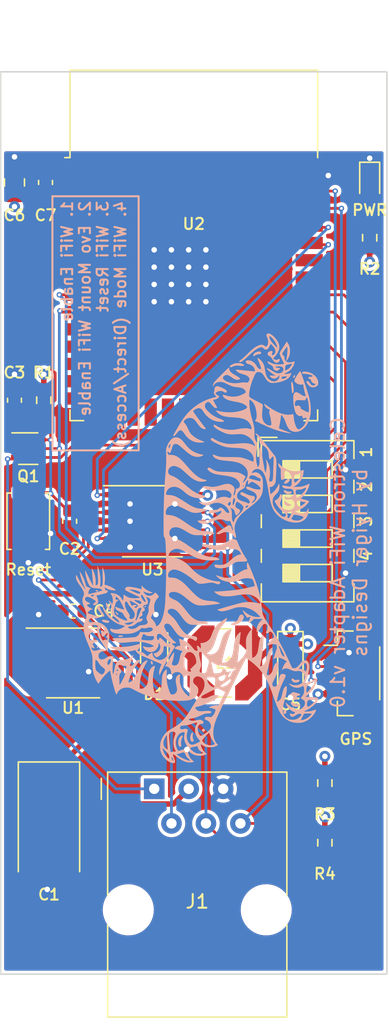
<source format=kicad_pcb>
(kicad_pcb (version 20211014) (generator pcbnew)
  (layers (0 "F.Cu" signal) (1 "In1.Cu" power) (2 "In2.Cu" power) (31 "B.Cu" signal) (34 "B.Paste" user) (36 "B.SilkS" user "B.Silkscreen") (37 "F.SilkS" user "F.Silkscreen") (38 "B.Mask" user) (39 "F.Mask" user) (44 "Edge.Cuts" user))
  (net 0 "")
  (net 1 "+12V")
  (net 2 "GND")
  (net 3 "EN")
  (net 4 "VCC")
  (net 5 "Net-(D2-Pad2)")
  (net 6 "DTR")
  (net 7 "/RX")
  (net 8 "/TX")
  (net 11 "Net-(J1-Pad6)")
  (net 13 "IO0")
  (net 14 "W_EN")
  (net 15 "E_EN")
  (net 16 "W_RST")
  (net 17 "W_MOD")
  (net 18 "IO32")
  (net 19 "RTS")
  (net 24 "RXD0")
  (net 25 "TXD0")
  (net 40 "TXG")
  (net 42 "RXG")
  (net 44 "Net-(C4-Pad1)")
  (net 47 "Net-(C4-Pad2)")
  (footprint "Capacitor_Tantalum_SMD:CP_EIA-7343-43_Kemet-X" (layer "F.Cu") (at 115.316 109.22 -90)
    (fp_text reference "C1" (at 5.334 0 180) (layer "F.SilkS") (effects (font (size 0.8128 0.8128) (thickness 0.1524))))
    (fp_text value "100uF")
    (pad "1" smd roundrect locked (at -3.1125 0 270) (size 2.075 2.55) (layers "F.Cu" "F.Paste" "F.Mask") (roundrect_rratio 0.120482) (net 1 "+12V"))
    (pad "2" smd roundrect locked (at 3.1125 0 270) (size 2.075 2.55) (layers "F.Cu" "F.Paste" "F.Mask") (roundrect_rratio 0.120482) (net 2 "GND"))
  )
  (footprint "Library:asian_tiger" (layer "F.Cu") (at 126.238 89.154 90)
    (fp_text reference "G***" hide)
    (fp_text value "LOGO" hide)
  )
  (footprint "Button_Switch_SMD:SW_Push_SPST_NO_Alps_SKRK" (layer "F.Cu") (at 113.792 87.122 90)
    (fp_text reference "SW1" hide)
    (fp_text value "RESET")
    (pad "1" smd roundrect locked (at -2.1 0 90) (size 0.8 2) (layers "F.Cu" "F.Paste" "F.Mask") (net 2 "GND"))
    (pad "2" smd roundrect locked (at 2.1 0 90) (size 0.8 2) (layers "F.Cu" "F.Paste" "F.Mask") (net 3 "EN"))
  )
  (footprint "RF_Module:ESP32-WROOM-32" (layer "F.Cu") (at 125.984 69.85)
    (fp_text reference "U2" (at 0 -4.572 180) (layer "F.SilkS") (effects (font (size 0.8128 0.8128) (thickness 0.1524))))
    (fp_text value "ESP32-WROOM-32D")
    (pad "1" smd rect locked (at -8.5 -8.255) (size 2 0.9) (layers "F.Cu" "F.Paste" "F.Mask") (net 2 "GND"))
    (pad "2" smd rect locked (at -8.5 -6.985) (size 2 0.9) (layers "F.Cu" "F.Paste" "F.Mask") (net 4 "VCC"))
    (pad "3" smd rect locked (at -8.5 -5.715) (size 2 0.9) (layers "F.Cu" "F.Paste" "F.Mask") (net 3 "EN"))
    (pad "4" smd rect locked (at -8.5 -4.445) (size 2 0.9) (layers "F.Cu" "F.Paste" "F.Mask"))
    (pad "5" smd rect locked (at -8.5 -3.175) (size 2 0.9) (layers "F.Cu" "F.Paste" "F.Mask"))
    (pad "6" smd rect locked (at -8.5 -1.905) (size 2 0.9) (layers "F.Cu" "F.Paste" "F.Mask"))
    (pad "7" smd rect locked (at -8.5 -0.635) (size 2 0.9) (layers "F.Cu" "F.Paste" "F.Mask"))
    (pad "8" smd rect locked (at -8.5 0.635) (size 2 0.9) (layers "F.Cu" "F.Paste" "F.Mask") (net 18 "IO32"))
    (pad "9" smd rect locked (at -8.5 1.905) (size 2 0.9) (layers "F.Cu" "F.Paste" "F.Mask") (net 19 "RTS"))
    (pad "10" smd rect locked (at -8.5 3.175) (size 2 0.9) (layers "F.Cu" "F.Paste" "F.Mask"))
    (pad "11" smd rect locked (at -8.5 4.445) (size 2 0.9) (layers "F.Cu" "F.Paste" "F.Mask"))
    (pad "12" smd rect locked (at -8.5 5.715) (size 2 0.9) (layers "F.Cu" "F.Paste" "F.Mask"))
    (pad "13" smd rect locked (at -8.5 6.985) (size 2 0.9) (layers "F.Cu" "F.Paste" "F.Mask"))
    (pad "14" smd rect locked (at -8.5 8.255) (size 2 0.9) (layers "F.Cu" "F.Paste" "F.Mask"))
    (pad "15" smd rect locked (at -5.715 9.255 90) (size 2 0.9) (layers "F.Cu" "F.Paste" "F.Mask") (net 2 "GND"))
    (pad "16" smd rect locked (at -4.445 9.255 90) (size 2 0.9) (layers "F.Cu" "F.Paste" "F.Mask"))
    (pad "17" smd rect locked (at -3.175 9.255 90) (size 2 0.9) (layers "F.Cu" "F.Paste" "F.Mask"))
    (pad "18" smd rect locked (at -1.905 9.255 90) (size 2 0.9) (layers "F.Cu" "F.Paste" "F.Mask"))
    (pad "19" smd rect locked (at -0.635 9.255 90) (size 2 0.9) (layers "F.Cu" "F.Paste" "F.Mask"))
    (pad "20" smd rect locked (at 0.635 9.255 90) (size 2 0.9) (layers "F.Cu" "F.Paste" "F.Mask"))
    (pad "21" smd rect locked (at 1.905 9.255 90) (size 2 0.9) (layers "F.Cu" "F.Paste" "F.Mask"))
    (pad "22" smd rect locked (at 3.175 9.255 90) (size 2 0.9) (layers "F.Cu" "F.Paste" "F.Mask"))
    (pad "23" smd rect locked (at 4.445 9.255 90) (size 2 0.9) (layers "F.Cu" "F.Paste" "F.Mask"))
    (pad "24" smd rect locked (at 5.715 9.255 90) (size 2 0.9) (layers "F.Cu" "F.Paste" "F.Mask"))
    (pad "25" smd rect locked (at 8.5 8.255) (size 2 0.9) (layers "F.Cu" "F.Paste" "F.Mask") (net 13 "IO0"))
    (pad "26" smd rect locked (at 8.5 6.985) (size 2 0.9) (layers "F.Cu" "F.Paste" "F.Mask"))
    (pad "27" smd rect locked (at 8.5 5.715) (size 2 0.9) (layers "F.Cu" "F.Paste" "F.Mask") (net 14 "W_EN"))
    (pad "28" smd rect locked (at 8.5 4.445) (size 2 0.9) (layers "F.Cu" "F.Paste" "F.Mask") (net 15 "E_EN"))
    (pad "29" smd rect locked (at 8.5 3.175) (size 2 0.9) (layers "F.Cu" "F.Paste" "F.Mask"))
    (pad "30" smd rect locked (at 8.5 1.905) (size 2 0.9) (layers "F.Cu" "F.Paste" "F.Mask") (net 16 "W_RST"))
    (pad "31" smd rect locked (at 8.5 0.635) (size 2 0.9) (layers "F.Cu" "F.Paste" "F.Mask") (net 17 "W_MOD"))
    (pad "32" smd rect locked (at 8.5 -0.635) (size 2 0.9) (layers "F.Cu" "F.Paste" "F.Mask"))
    (pad "33" smd rect locked (at 8.5 -1.905) (size 2 0.9) (layers "F.Cu" "F.Paste" "F.Mask"))
    (pad "34" smd rect locked (at 8.5 -3.175) (size 2 0.9) (layers "F.Cu" "F.Paste" "F.Mask") (net 24 "RXD0"))
    (pad "35" smd rect locked (at 8.5 -4.445) (size 2 0.9) (layers "F.Cu" "F.Paste" "F.Mask") (net 25 "TXD0"))
    (pad "36" smd rect locked (at 8.5 -5.715) (size 2 0.9) (layers "F.Cu" "F.Paste" "F.Mask") (net 40 "TXG"))
    (pad "37" smd rect locked (at 8.5 -6.985) (size 2 0.9) (layers "F.Cu" "F.Paste" "F.Mask") (net 42 "RXG"))
    (pad "38" smd rect locked (at 8.5 -8.255) (size 2 0.9) (layers "F.Cu" "F.Paste" "F.Mask") (net 2 "GND"))
    (pad "39" smd rect locked (at -1 -0.755) (size 5 5) (layers "F.Cu" "F.Paste" "F.Mask") (net 2 "GND"))
  )
  (footprint "Connector_JST:JST_SH_BM04B-SRSS-TB_1x04-1MP_P1.00mm_Vertical" (layer "F.Cu") (at 137.668 98.298 -90)
    (fp_text reference "J2" hide)
    (fp_text value "GPS")
    (pad "1" smd roundrect locked (at -1.5 1.325 270) (size 0.6 1.55) (layers "F.Cu" "F.Paste" "F.Mask") (net 2 "GND"))
    (pad "2" smd roundrect locked (at -0.5 1.325 270) (size 0.6 1.55) (layers "F.Cu" "F.Paste" "F.Mask") (net 40 "TXG"))
    (pad "3" smd roundrect locked (at 0.5 1.325 270) (size 0.6 1.55) (layers "F.Cu" "F.Paste" "F.Mask") (net 42 "RXG"))
    (pad "4" smd roundrect locked (at 1.5 1.325 270) (size 0.6 1.55) (layers "F.Cu" "F.Paste" "F.Mask") (net 4 "VCC"))
    (pad "MP" smd roundrect locked (at 2.8 -1.2 270) (size 1.2 1.8) (layers "F.Cu" "F.Paste" "F.Mask") (roundrect_rratio 0.2083333333))
    (pad "MP" smd roundrect locked (at -2.8 -1.2 270) (size 1.2 1.8) (layers "F.Cu" "F.Paste" "F.Mask") (roundrect_rratio 0.2083333333))
  )
  (footprint "Diode_SMD:D_PowerDI-323" (layer "F.Cu") (at 123.063 97.536 -90)
    (fp_text reference "D1" (at 2.286 0 180) (layer "F.SilkS") (effects (font (size 0.8128 0.8128) (thickness 0.1524))))
    (fp_text value "PD3S230LQ-7")
    (pad "1" smd rect (at -0.85 0 90) (size 2 1.1) (layers "F.Cu" "F.Paste" "F.Mask") (net 47 "Net-(C4-Pad2)"))
    (pad "2" smd rect (at 1.05 0 90) (size 0.8 0.8) (layers "F.Cu" "F.Paste" "F.Mask") (net 2 "GND"))
  )
  (footprint "Package_SO:SOIC-8_3.9x4.9mm_P1.27mm" (layer "F.Cu") (at 117.094 97.536)
    (fp_text reference "U1" (at 0 3.302) (layer "F.SilkS") (effects (font (size 0.8128 0.8128) (thickness 0.1524))))
    (fp_text value "LM2672M-3.3")
    (pad "1" smd roundrect locked (at -2.475 -1.905) (size 1.95 0.6) (layers "F.Cu" "F.Paste" "F.Mask") (net 44 "Net-(C4-Pad1)"))
    (pad "2" smd roundrect locked (at -2.475 -0.635) (size 1.95 0.6) (layers "F.Cu" "F.Paste" "F.Mask"))
    (pad "3" smd roundrect locked (at -2.475 0.635) (size 1.95 0.6) (layers "F.Cu" "F.Paste" "F.Mask"))
    (pad "4" smd roundrect locked (at -2.475 1.905) (size 1.95 0.6) (layers "F.Cu" "F.Paste" "F.Mask") (net 4 "VCC"))
    (pad "5" smd roundrect locked (at 2.475 1.905) (size 1.95 0.6) (layers "F.Cu" "F.Paste" "F.Mask"))
    (pad "6" smd roundrect locked (at 2.475 0.635) (size 1.95 0.6) (layers "F.Cu" "F.Paste" "F.Mask") (net 2 "GND"))
    (pad "7" smd roundrect locked (at 2.475 -0.635) (size 1.95 0.6) (layers "F.Cu" "F.Paste" "F.Mask") (net 1 "+12V"))
    (pad "8" smd roundrect locked (at 2.475 -1.905) (size 1.95 0.6) (layers "F.Cu" "F.Paste" "F.Mask") (net 47 "Net-(C4-Pad2)"))
  )
  (footprint "Resistor_SMD:R_0603_1608Metric" (layer "F.Cu") (at 114.935 78.232 -90)
    (fp_text reference "R1" (at -2.032 0) (layer "F.SilkS") (effects (font (size 0.8128 0.8128) (thickness 0.1524))))
    (fp_text value "10K")
    (pad "1" smd roundrect locked (at -0.825 0 270) (size 0.8 0.95) (layers "F.Cu" "F.Paste" "F.Mask") (net 4 "VCC"))
    (pad "2" smd roundrect locked (at 0.825 0 270) (size 0.8 0.95) (layers "F.Cu" "F.Paste" "F.Mask") (net 3 "EN"))
  )
  (footprint "Capacitor_SMD:C_0603_1608Metric" (layer "F.Cu") (at 112.776 78.232 -90)
    (fp_text reference "C3" (at -2.032 0) (layer "F.SilkS") (effects (font (size 0.8128 0.8128) (thickness 0.1524))))
    (fp_text value "100nF")
    (pad "1" smd roundrect locked (at -0.775 0 270) (size 0.9 0.95) (layers "F.Cu" "F.Paste" "F.Mask") (net 2 "GND"))
    (pad "2" smd roundrect locked (at 0.775 0 270) (size 0.9 0.95) (layers "F.Cu" "F.Paste" "F.Mask") (net 3 "EN"))
  )
  (footprint "Capacitor_SMD:C_0603_1608Metric" (layer "F.Cu") (at 116.84 87.122 -90)
    (fp_text reference "C2" (at 2.032 0 180) (layer "F.SilkS") (effects (font (size 0.8128 0.8128) (thickness 0.1524))))
    (fp_text value "100nF")
    (pad "1" smd roundrect locked (at -0.775 0 270) (size 0.9 0.95) (layers "F.Cu" "F.Paste" "F.Mask") (net 3 "EN"))
    (pad "2" smd roundrect locked (at 0.775 0 270) (size 0.9 0.95) (layers "F.Cu" "F.Paste" "F.Mask") (net 2 "GND"))
  )
  (footprint "Inductor_SMD:L_Coilcraft_LPS5030" (layer "F.Cu") (at 128.27 97.536)
    (fp_text reference "L1" (at 0 0) (layer "F.SilkS") (effects (font (size 0.8128 0.8128) (thickness 0.1524))))
    (fp_text value "47uH")
    (pad "1" smd custom locked (at -2.2275 0) (size 1.055 3.4) (layers "F.Cu" "F.Paste" "F.Mask") (net 47 "Net-(C4-Pad2)") (options (clearance outline) (anchor rect)) (primitives (gr_poly (pts (xy 1.4675 -1.7) (xy 0.5275 -0.8445) (xy 0.5275 0.8445) (xy 1.4675 1.7) (xy 1.4675 2.755) (xy 0.5275 2.755) (xy -0.5275 1.7) (xy -0.5275 -1.7) (xy 0.5275 -2.755) (xy 1.4675 -2.755)) (width 0) (fill yes))))
    (pad "2" smd custom locked (at 2.2275 0) (size 1.055 3.4) (layers "F.Cu" "F.Paste" "F.Mask") (net 4 "VCC") (options (clearance outline) (anchor rect)) (primitives (gr_poly (pts (xy 0.5275 -1.7) (xy 0.5275 1.7) (xy -0.5275 2.755) (xy -1.4675 2.755) (xy -1.4675 1.7) (xy -0.5275 0.8445) (xy -0.5275 -0.8445) (xy -1.4675 -1.7) (xy -1.4675 -2.755) (xy -0.5275 -2.755)) (width 0) (fill yes))))
  )
  (footprint "Package_TO_SOT_SMD:SOT-363_SC-70-6" (layer "F.Cu") (at 113.792 81.788)
    (fp_text reference "Q1" (at 0 2.032) (layer "F.SilkS") (effects (font (size 0.8128 0.8128) (thickness 0.1524))))
    (fp_text value "UMH3N")
    (pad "1" smd rect locked (at -0.95 -0.65) (size 0.65 0.4) (layers "F.Cu" "F.Paste" "F.Mask") (net 19 "RTS"))
    (pad "2" smd rect locked (at -0.95 0) (size 0.65 0.4) (layers "F.Cu" "F.Paste" "F.Mask") (net 6 "DTR"))
    (pad "3" smd rect locked (at -0.95 0.65) (size 0.65 0.4) (layers "F.Cu" "F.Paste" "F.Mask") (net 6 "DTR"))
    (pad "4" smd rect locked (at 0.95 0.65) (size 0.65 0.4) (layers "F.Cu" "F.Paste" "F.Mask") (net 13 "IO0"))
    (pad "5" smd rect locked (at 0.95 0) (size 0.65 0.4) (layers "F.Cu" "F.Paste" "F.Mask") (net 19 "RTS"))
    (pad "6" smd rect locked (at 0.95 -0.65) (size 0.65 0.4) (layers "F.Cu" "F.Paste" "F.Mask") (net 3 "EN"))
  )
  (footprint "Resistor_SMD:R_0603_1608Metric" (layer "F.Cu") (at 135.636 106.362 -90)
    (fp_text reference "R3" (at 2.286 0 180) (layer "F.SilkS") (effects (font (size 0.8128 0.8128) (thickness 0.1524))))
    (fp_text value "49.9K")
    (pad "1" smd roundrect locked (at -0.825 0 270) (size 0.8 0.95) (layers "F.Cu" "F.Paste" "F.Mask") (net 4 "VCC"))
    (pad "2" smd roundrect locked (at 0.825 0 270) (size 0.8 0.95) (layers "F.Cu" "F.Paste" "F.Mask") (net 11 "Net-(J1-Pad6)"))
  )
  (footprint "Resistor_SMD:R_0603_1608Metric" (layer "F.Cu") (at 135.636 110.744 -90)
    (fp_text reference "R4" (at 2.286 0 180) (layer "F.SilkS") (effects (font (size 0.8128 0.8128) (thickness 0.1524))))
    (fp_text value "49.9K")
    (pad "1" smd roundrect locked (at -0.825 0 270) (size 0.8 0.95) (layers "F.Cu" "F.Paste" "F.Mask") (net 4 "VCC"))
    (pad "2" smd roundrect locked (at 0.825 0 270) (size 0.8 0.95) (layers "F.Cu" "F.Paste" "F.Mask") (net 8 "/TX"))
  )
  (footprint "LED_SMD:LED_0603_1608Metric" (layer "F.Cu") (at 138.938 62.23 -90)
    (fp_text reference "D2" hide)
    (fp_text value "Red")
    (pad "1" smd roundrect locked (at -0.7875 0 270) (size 0.875 0.95) (layers "F.Cu" "F.Paste" "F.Mask") (net 2 "GND"))
    (pad "2" smd roundrect locked (at 0.7875 0 270) (size 0.875 0.95) (layers "F.Cu" "F.Paste" "F.Mask") (net 5 "Net-(D2-Pad2)"))
  )
  (footprint "Capacitor_SMD:C_0603_1608Metric" (layer "F.Cu") (at 115.062 62.23 -90)
    (fp_text reference "C7" (at 2.413 0 180) (layer "F.SilkS") (effects (font (size 0.8128 0.8128) (thickness 0.1524))))
    (fp_text value "100nF")
    (pad "1" smd roundrect locked (at -0.775 0 270) (size 0.9 0.95) (layers "F.Cu" "F.Paste" "F.Mask") (net 2 "GND"))
    (pad "2" smd roundrect locked (at 0.775 0 270) (size 0.9 0.95) (layers "F.Cu" "F.Paste" "F.Mask") (net 4 "VCC"))
  )
  (footprint "Capacitor_Tantalum_SMD:CP_EIA-3216-18_Kemet-A" (layer "F.Cu") (at 133.096 97.536 -90)
    (fp_text reference "C5" (at 3.048 0 180) (layer "F.SilkS") (effects (font (size 0.8128 0.8128) (thickness 0.1524))))
    (fp_text value "68uF")
    (pad "1" smd roundrect locked (at -1.35 0 270) (size 1.4 1.35) (layers "F.Cu" "F.Paste" "F.Mask") (roundrect_rratio 0.185185) (net 4 "VCC"))
    (pad "2" smd roundrect locked (at 1.35 0 270) (size 1.4 1.35) (layers "F.Cu" "F.Paste" "F.Mask") (roundrect_rratio 0.185185) (net 2 "GND"))
  )
  (footprint "Package_SO:TSSOP-14_4.4x5mm_P0.65mm" (layer "F.Cu") (at 122.936 87.122)
    (fp_text reference "U3" (at 0 3.556) (layer "F.SilkS") (effects (font (size 0.8128 0.8128) (thickness 0.1524))))
    (fp_text value "74HC125")
    (pad "1" smd roundrect locked (at -2.8625 -1.95) (size 1.475 0.4) (layers "F.Cu" "F.Paste" "F.Mask") (net 25 "TXD0"))
    (pad "2" smd roundrect locked (at -2.8625 -1.3) (size 1.475 0.4) (layers "F.Cu" "F.Paste" "F.Mask") (net 2 "GND"))
    (pad "3" smd roundrect locked (at -2.8625 -0.65) (size 1.475 0.4) (layers "F.Cu" "F.Paste" "F.Mask") (net 8 "/TX"))
    (pad "4" smd roundrect locked (at -2.8625 0) (size 1.475 0.4) (layers "F.Cu" "F.Paste" "F.Mask") (net 2 "GND"))
    (pad "5" smd roundrect locked (at -2.8625 0.65) (size 1.475 0.4) (layers "F.Cu" "F.Paste" "F.Mask") (net 7 "/RX"))
    (pad "6" smd roundrect locked (at -2.8625 1.3) (size 1.475 0.4) (layers "F.Cu" "F.Paste" "F.Mask") (net 24 "RXD0"))
    (pad "7" smd roundrect locked (at -2.8625 1.95) (size 1.475 0.4) (layers "F.Cu" "F.Paste" "F.Mask") (net 2 "GND"))
    (pad "8" smd roundrect locked (at 2.8625 1.95) (size 1.475 0.4) (layers "F.Cu" "F.Paste" "F.Mask") (net 11 "Net-(J1-Pad6)"))
    (pad "9" smd roundrect locked (at 2.8625 1.3) (size 1.475 0.4) (layers "F.Cu" "F.Paste" "F.Mask") (net 2 "GND"))
    (pad "10" smd roundrect locked (at 2.8625 0.65) (size 1.475 0.4) (layers "F.Cu" "F.Paste" "F.Mask") (net 18 "IO32"))
    (pad "11" smd roundrect locked (at 2.8625 0) (size 1.475 0.4) (layers "F.Cu" "F.Paste" "F.Mask") (net 19 "RTS"))
    (pad "12" smd roundrect locked (at 2.8625 -0.65) (size 1.475 0.4) (layers "F.Cu" "F.Paste" "F.Mask") (net 11 "Net-(J1-Pad6)"))
    (pad "13" smd roundrect locked (at 2.8625 -1.3) (size 1.475 0.4) (layers "F.Cu" "F.Paste" "F.Mask") (net 2 "GND"))
    (pad "14" smd roundrect locked (at 2.8625 -1.95) (size 1.475 0.4) (layers "F.Cu" "F.Paste" "F.Mask") (net 4 "VCC"))
  )
  (footprint "Button_Switch_SMD:SW_DIP_SPSTx04_Slide_6.7x11.72mm_W8.61mm_P2.54mm_LowProfile" (layer "F.Cu") (at 134.366 87.122)
    (fp_text reference "SW2" hide)
    (fp_text value "SW_DIP_x04")
    (pad "1" smd rect locked (at -4.305 -3.81) (size 2.44 1.12) (layers "F.Cu" "F.Paste" "F.Mask") (net 14 "W_EN"))
    (pad "2" smd rect locked (at -4.305 -1.27) (size 2.44 1.12) (layers "F.Cu" "F.Paste" "F.Mask") (net 15 "E_EN"))
    (pad "3" smd rect locked (at -4.305 1.27) (size 2.44 1.12) (layers "F.Cu" "F.Paste" "F.Mask") (net 16 "W_RST"))
    (pad "4" smd rect locked (at -4.305 3.81) (size 2.44 1.12) (layers "F.Cu" "F.Paste" "F.Mask") (net 17 "W_MOD"))
    (pad "5" smd rect locked (at 4.305 3.81) (size 2.44 1.12) (layers "F.Cu" "F.Paste" "F.Mask") (net 2 "GND"))
    (pad "6" smd rect locked (at 4.305 1.27) (size 2.44 1.12) (layers "F.Cu" "F.Paste" "F.Mask") (net 2 "GND"))
    (pad "7" smd rect locked (at 4.305 -1.27) (size 2.44 1.12) (layers "F.Cu" "F.Paste" "F.Mask") (net 2 "GND"))
    (pad "8" smd rect locked (at 4.305 -3.81) (size 2.44 1.12) (layers "F.Cu" "F.Paste" "F.Mask") (net 2 "GND"))
  )
  (footprint "Capacitor_SMD:C_0603_1608Metric" (layer "F.Cu") (at 117.094 93.726)
    (fp_text reference "C4" (at 2.286 0 180) (layer "F.SilkS") (effects (font (size 0.8128 0.8128) (thickness 0.1524))))
    (fp_text value "10nF")
    (pad "1" smd roundrect locked (at -0.775 0) (size 0.9 0.95) (layers "F.Cu" "F.Paste" "F.Mask") (net 44 "Net-(C4-Pad1)"))
    (pad "2" smd roundrect locked (at 0.775 0) (size 0.9 0.95) (layers "F.Cu" "F.Paste" "F.Mask") (net 47 "Net-(C4-Pad2)"))
  )
  (footprint "Capacitor_SMD:C_0805_2012Metric" (layer "F.Cu") (at 112.776 62.23 -90)
    (fp_text reference "C6" (at 2.413 0) (layer "F.SilkS") (effects (font (size 0.8128 0.8128) (thickness 0.1524))))
    (fp_text value "22uF")
    (pad "1" smd roundrect locked (at -0.95 0 270) (size 1 1.45) (layers "F.Cu" "F.Paste" "F.Mask") (net 2 "GND"))
    (pad "2" smd roundrect locked (at 0.95 0 270) (size 1 1.45) (layers "F.Cu" "F.Paste" "F.Mask") (net 4 "VCC"))
  )
  (footprint "Resistor_SMD:R_0603_1608Metric" (layer "F.Cu") (at 138.938 66.294 90)
    (fp_text reference "R2" (at -2.286 0 180) (layer "F.SilkS") (effects (font (size 0.8128 0.8128) (thickness 0.1524))))
    (fp_text value "330R")
    (pad "1" smd roundrect locked (at -0.825 0 90) (size 0.8 0.95) (layers "F.Cu" "F.Paste" "F.Mask") (net 4 "VCC"))
    (pad "2" smd roundrect locked (at 0.825 0 90) (size 0.8 0.95) (layers "F.Cu" "F.Paste" "F.Mask") (net 5 "Net-(D2-Pad2)"))
  )
  (footprint "Connector_RJ:RJ12_Amphenol_54601" (layer "F.Cu") (at 123.068004 106.783988)
    (fp_text reference "J1" (at 3.17 8.278) (layer "F.SilkS"))
    (fp_text value "6P6C")
    (pad "" np_thru_hole circle locked (at -1.91 8.89) (size 3.25 3.25) (drill 3.25) (layers *.Cu *.Mask))
    (pad "" np_thru_hole circle locked (at 8.25 8.89) (size 3.25 3.25) (drill 3.25) (layers *.Cu *.Mask))
    (pad "1" thru_hole rect locked (at 0 0) (size 1.52 1.52) (drill 0.76) (layers *.Cu *.Mask) (net 6 "DTR"))
    (pad "2" thru_hole circle locked (at 1.27 2.54) (size 1.52 1.52) (drill 0.76) (layers *.Cu *.Mask) (net 7 "/RX"))
    (pad "3" thru_hole circle locked (at 2.54 0) (size 1.52 1.52) (drill 0.76) (layers *.Cu *.Mask) (net 1 "+12V"))
    (pad "4" thru_hole circle locked (at 3.81 2.54) (size 1.52 1.52) (drill 0.76) (layers *.Cu *.Mask) (net 8 "/TX"))
    (pad "5" thru_hole circle locked (at 5.08 0) (size 1.52 1.52) (drill 0.76) (layers *.Cu *.Mask) (net 2 "GND"))
    (pad "6" thru_hole circle locked (at 6.35 2.54) (size 1.52 1.52) (drill 0.76) (layers *.Cu *.Mask) (net 11 "Net-(J1-Pad6)"))
  )
  (gr_rect (start 115.57 63.246) (end 121.92 81.915) (layer "B.SilkS") (width 0.15) (fill none))
  (gr_poly (pts (xy 140.208 120.396) (xy 111.76 120.396) (xy 111.76 54.102) (xy 140.208 54.102)) (layer "Edge.Cuts") (width 0.1) (fill none))
  (gr_text "1. WiFi Enable\n2. Evo Mount WiFi Enable\n3. WiFi Reset\n4. WiFi Mode (Direct/Access)" (at 118.618 63.5 90) (layer "B.SilkS") (effects (font (size 0.8128 0.8128) (thickness 0.1524)) (justify left mirror)))
  (gr_text "Celestron WiFi Adapter v1.0\nby Hyiger Designs" (at 137.414 90.17 90) (layer "B.SilkS") (effects (font (size 1.016 1.016) (thickness 0.1524)) (justify mirror)))
  (gr_text "GPS" (at 137.922 103.124) (layer "F.SilkS") (effects (font (size 0.8128 0.8128) (thickness 0.1524))))
  (gr_text "PWR" (at 138.938 64.262) (layer "F.SilkS") (effects (font (size 0.8128 0.8128) (thickness 0.1524))))
  (gr_text "1" (at 138.684 82.042 90) (layer "F.SilkS") (effects (font (size 0.8128 0.8128) (thickness 0.1524))))
  (gr_text "2" (at 138.684 84.582 90) (layer "F.SilkS") (effects (font (size 0.8128 0.8128) (thickness 0.1524))))
  (gr_text "3" (at 138.684 87.122 90) (layer "F.SilkS") (effects (font (size 0.8128 0.8128) (thickness 0.1524))))
  (gr_text "4" (at 138.684 89.662 90) (layer "F.SilkS") (effects (font (size 0.8128 0.8128) (thickness 0.1524))))
  (gr_text "Reset" (at 113.792 90.678) (layer "F.SilkS") (effects (font (size 0.8128 0.8128) (thickness 0.1524))))
  (segment (start 125.608004 106.783988) (end 124.492893 107.899099) (width 0.4064) (layer "F.Cu") (net 1))
  (segment (start 120.777 96.901) (end 119.569 96.901) (width 0.4064) (layer "F.Cu") (net 1))
  (segment (start 121.285 97.409) (end 120.777 96.901) (width 0.4064) (layer "F.Cu") (net 1))
  (segment (start 121.285 99.949) (end 121.285 97.409) (width 0.4064) (layer "F.Cu") (net 1))
  (segment (start 115.189 106.045) (end 121.285 99.949) (width 0.4064) (layer "F.Cu") (net 1))
  (segment (start 124.492893 107.899099) (end 116.980599 107.899099) (width 0.4064) (layer "F.Cu") (net 1))
  (segment (start 116.980599 107.899099) (end 115.189 106.1075) (width 0.4064) (layer "F.Cu") (net 1))
  (segment (start 124.617 88.422) (end 124.587 88.392) (width 0.4064) (layer "F.Cu") (net 2))
  (segment (start 137.182615 83.312) (end 137.16 83.334615) (width 0.4064) (layer "F.Cu") (net 2))
  (segment (start 123.097 98.552) (end 124.206 98.552) (width 0.4064) (layer "F.Cu") (net 2))
  (segment (start 121.24 89.072) (end 121.285 89.027) (width 0.4064) (layer "F.Cu") (net 2))
  (segment (start 115.062 61.455) (end 117.344 61.455) (width 0.4064) (layer "F.Cu") (net 2))
  (segment (start 134.484 61.595) (end 135.763 61.595) (width 0.4064) (layer "F.Cu") (net 2))
  (segment (start 138.671 90.932) (end 138.671 83.312) (width 0.4064) (layer "F.Cu") (net 2))
  (segment (start 138.671 90.932) (end 137.16 90.932) (width 0.4064) (layer "F.Cu") (net 2))
  (segment (start 112.776 77.457) (end 112.776 76.327) (width 0.4064) (layer "F.Cu") (net 2))
  (segment (start 115.189 112.3325) (end 115.189 114.173) (width 0.4064) (layer "F.Cu") (net 2))
  (segment (start 112.776 61.28) (end 112.776 60.3504) (width 0.4064) (layer "F.Cu") (net 2))
  (segment (start 113.792 89.222) (end 113.792 90.17) (width 0.4064) (layer "F.Cu") (net 2))
  (segment (start 136.343 96.798) (end 137.39 96.798) (width 0.4064) (layer "F.Cu") (net 2))
  (segment (start 120.461 87.122) (end 121.285 87.122) (width 0.4064) (layer "F.Cu") (net 2))
  (segment (start 125.7985 88.422) (end 124.617 88.422) (width 0.4064) (layer "F.Cu") (net 2))
  (segment (start 120.0735 89.072) (end 121.24 89.072) (width 0.4064) (layer "F.Cu") (net 2))
  (segment (start 137.39 96.798) (end 137.414 96.774) (width 0.4064) (layer "F.Cu") (net 2))
  (segment (start 135.763 61.595) (end 135.89 61.722) (width 0.4064) (layer "F.Cu") (net 2))
  (segment (start 115.557849 87.897) (end 115.432718 88.022131) (width 0.4064) (layer "F.Cu") (net 2))
  (segment (start 121.255 85.822) (end 121.285 85.852) (width 0.4064) (layer "F.Cu") (net 2))
  (segment (start 112.776 61.455) (end 115.062 61.455) (width 0.4064) (layer "F.Cu") (net 2))
  (segment (start 119.569 98.171) (end 118.237001 98.170999) (width 0.4064) (layer "F.Cu") (net 2))
  (segment (start 133.096 98.4235) (end 133.096 100.076) (width 0.4064) (layer "F.Cu") (net 2))
  (segment (start 138.938 61.4425) (end 138.938 60.452) (width 0.4064) (layer "F.Cu") (net 2))
  (segment (start 125.7985 85.822) (end 124.617 85.822) (width 0.4064) (layer "F.Cu") (net 2))
  (segment (start 120.0735 85.822) (end 121.255 85.822) (width 0.4064) (layer "F.Cu") (net 2))
  (segment (start 138.671 83.312) (end 137.182615 83.312) (width 0.4064) (layer "F.Cu") (net 2))
  (segment (start 116.84 87.897) (end 115.557849 87.897) (width 0.4064) (layer "F.Cu") (net 2))
  (segment (start 124.617 85.822) (end 124.587 85.852) (width 0.4064) (layer "F.Cu") (net 2))
  (via (at 135.89 61.722) (size 0.8128) (drill 0.4064) (layers "F.Cu" "B.Cu") (net 2))
  (via (at 124.333 70.993) (size 0.8128) (drill 0.4064) (layers "F.Cu" "B.Cu") (net 2))
  (via (at 137.16 90.932) (size 0.8128) (drill 0.4064) (layers "F.Cu" "B.Cu") (net 2))
  (via (at 123.063 67.183) (size 0.8128) (drill 0.4064) (layers "F.Cu" "B.Cu") (net 2))
  (via (at 112.776 76.327) (size 0.8128) (drill 0.4064) (layers "F.Cu" "B.Cu") (net 2))
  (via (at 124.206 98.552) (size 0.8128) (drill 0.4064) (layers "F.Cu" "B.Cu") (net 2))
  (via (at 124.587 88.392) (size 0.8128) (drill 0.4064) (layers "F.Cu" "B.Cu") (net 2))
  (via (at 113.792 90.17) (size 0.8128) (drill 0.4064) (layers "F.Cu" "B.Cu") (net 2))
  (via (at 115.189 114.173) (size 0.8128) (drill 0.4064) (layers "F.Cu" "B.Cu") (net 2))
  (via (at 126.873 68.453) (size 0.8128) (drill 0.4064) (layers "F.Cu" "B.Cu") (net 2))
  (via (at 118.237001 98.170999) (size 0.8128) (drill 0.4064) (layers "F.Cu" "B.Cu") (net 2))
  (via (at 123.19 93.98) (size 0.8128) (drill 0.4064) (layers "F.Cu" "B.Cu") (net 2))
  (via (at 138.938 60.452) (size 0.8128) (drill 0.4064) (layers "F.Cu" "B.Cu") (net 2))
  (via (at 124.587 85.852) (size 0.8128) (drill 0.4064) (layers "F.Cu" "B.Cu") (net 2))
  (via (at 121.285 89.027) (size 0.8128) (drill 0.4064) (layers "F.Cu" "B.Cu") (net 2))
  (via (at 115.432718 88.022131) (size 0.8128) (drill 0.4064) (layers "F.Cu" "B.Cu") (net 2))
  (via (at 125.603 70.993) (size 0.8128) (drill 0.4064) (layers "F.Cu" "B.Cu") (net 2))
  (via (at 123.063 68.453) (size 0.8128) (drill 0.4064) (layers "F.Cu" "B.Cu") (net 2))
  (via (at 124.333 68.453) (size 0.8128) (drill 0.4064) (layers "F.Cu" "B.Cu") (net 2))
  (via (at 137.414 96.774) (size 0.8128) (drill 0.4064) (layers "F.Cu" "B.Cu") (net 2))
  (via (at 121.285 87.122) (size 0.8128) (drill 0.4064) (layers "F.Cu" "B.Cu") (net 2))
  (via (at 133.096 100.076) (size 0.8128) (drill 0.4064) (layers "F.Cu" "B.Cu") (net 2))
  (via (at 121.285 85.852) (size 0.8128) (drill 0.4064) (layers "F.Cu" "B.Cu") (net 2))
  (via (at 123.063 69.723) (size 0.8128) (drill 0.4064) (layers "F.Cu" "B.Cu") (net 2))
  (via (at 125.476 103.886) (size 0.8128) (drill 0.4064) (layers "F.Cu" "B.Cu") (net 2))
  (via (at 124.333 67.183) (size 0.8128) (drill 0.4064) (layers "F.Cu" "B.Cu") (net 2))
  (via (at 126.873 67.183) (size 0.8128) (drill 0.4064) (layers "F.Cu" "B.Cu") (net 2))
  (via (at 125.603 68.453) (size 0.8128) (drill 0.4064) (layers "F.Cu" "B.Cu") (net 2))
  (via (at 125.603 67.183) (size 0.8128) (drill 0.4064) (layers "F.Cu" "B.Cu") (net 2))
  (via (at 112.776 60.3504) (size 0.8128) (drill 0.4064) (layers "F.Cu" "B.Cu") (net 2))
  (via (at 123.063 70.993) (size 0.8128) (drill 0.4064) (layers "F.Cu" "B.Cu") (net 2))
  (via (at 126.873 70.993) (size 0.8128) (drill 0.4064) (layers "F.Cu" "B.Cu") (net 2))
  (via (at 126.873 69.723) (size 0.8128) (drill 0.4064) (layers "F.Cu" "B.Cu") (net 2))
  (via (at 125.603 69.723) (size 0.8128) (drill 0.4064) (layers "F.Cu" "B.Cu") (net 2))
  (via (at 124.333 69.723) (size 0.8128) (drill 0.4064) (layers "F.Cu" "B.Cu") (net 2))
  (via (at 114.554 93.98) (size 0.8128) (drill 0.4064) (layers "F.Cu" "B.Cu") (net 2))
  (via (at 137.16 83.334615) (size 0.8128) (drill 0.4064) (layers "F.Cu" "B.Cu") (net 2))
  (segment (start 114.742 81.138) (end 115.428 81.138) (width 0.2032) (layer "F.Cu") (net 3))
  (segment (start 115.77271 78.21929) (end 115.77271 76.231468) (width 0.2032) (layer "F.Cu") (net 3))
  (segment (start 113.792 85.022) (end 115.375 85.022) (width 0.2032) (layer "F.Cu") (net 3))
  (segment (start 115.391711 75.850469) (end 115.391711 65.677289) (width 0.2032) (layer "F.Cu") (net 3))
  (segment (start 115.443 79.565) (end 114.935 79.057) (width 0.2032) (layer "F.Cu") (net 3))
  (segment (start 112.776 79.007) (end 114.885 79.007) (width 0.2032) (layer "F.Cu") (net 3))
  (segment (start 115.77271 76.231468) (end 115.391711 75.850469) (width 0.2032) (layer "F.Cu") (net 3))
  (segment (start 115.375 85.022) (end 115.443 85.09) (width 0.2032) (layer "F.Cu") (net 3))
  (segment (start 115.443 81.153) (end 115.443 79.565) (width 0.2032) (layer "F.Cu") (net 3))
  (segment (start 114.935 79.057) (end 115.77271 78.21929) (width 0.2032) (layer "F.Cu") (net 3))
  (segment (start 115.391711 65.677289) (end 116.934 64.135) (width 0.2032) (layer "F.Cu") (net 3))
  (segment (start 115.428 81.138) (end 115.443 81.153) (width 0.2032) (layer "F.Cu") (net 3))
  (segment (start 116.7 86.347) (end 115.443 85.09) (width 0.2032) (layer "F.Cu") (net 3))
  (via (at 115.443 85.09) (size 0.4064) (drill 0.2032) (layers "F.Cu" "B.Cu") (net 3))
  (via (at 115.443 81.153) (size 0.4064) (drill 0.2032) (layers "F.Cu" "B.Cu") (net 3))
  (segment (start 115.443 85.09) (end 115.443 81.153) (width 0.2032) (layer "B.Cu") (net 3))
  (segment (start 115.062 63.005) (end 117.344 63.005) (width 0.4064) (layer "F.Cu") (net 4))
  (segment (start 133.096 96.6485) (end 133.096 94.996) (width 0.4064) (layer "F.Cu") (net 4))
  (segment (start 112.522 94.488) (end 114.554 92.456) (width 0.4064) (layer "F.Cu") (net 4))
  (segment (start 135.152 99.798) (end 135.128 99.822) (width 0.4064) (layer "F.Cu") (net 4))
  (segment (start 133.143 96.139) (end 134.366 96.139) (width 0.4064) (layer "F.Cu") (net 4))
  (segment (start 126.955 85.172) (end 127 85.217) (width 0.4064) (layer "F.Cu") (net 4))
  (segment (start 130.4975 97.536) (end 131.8475 96.186) (width 0.4064) (layer "F.Cu") (net 4))
  (segment (start 130.4975 94.4295) (end 130.4975 97.536) (width 0.4064) (layer "F.Cu") (net 4))
  (segment (start 128.524 92.456) (end 130.4975 94.4295) (width 0.4064) (layer "F.Cu") (net 4))
  (segment (start 112.776 63.005) (end 112.776 64.008) (width 0.4064) (layer "F.Cu") (net 4))
  (segment (start 131.8475 96.186) (end 132.6335 96.186) (width 0.4064) (layer "F.Cu") (net 4))
  (segment (start 114.935 77.407) (end 114.935 76.327) (width 0.4064) (layer "F.Cu") (net 4))
  (segment (start 114.554 92.456) (end 128.524 92.456) (width 0.4064) (layer "F.Cu") (net 4))
  (segment (start 114.619 99.441) (end 113.665 99.441) (width 0.4064) (layer "F.Cu") (net 4))
  (segment (start 135.636 109.919) (end 135.636 108.839) (width 0.4064) (layer "F.Cu") (net 4))
  (segment (start 138.938 67.119) (end 138.938 68.072) (width 0.4064) (layer "F.Cu") (net 4))
  (segment (start 115.062 63.005) (end 112.776 63.005) (width 0.4064) (layer "F.Cu") (net 4))
  (segment (start 136.343 99.798) (end 135.152 99.798) (width 0.4064) (layer "F.Cu") (net 4))
  (segment (start 112.522 98.298) (end 112.522 94.488) (width 0.4064) (layer "F.Cu") (net 4))
  (segment (start 125.7985 85.172) (end 126.955 85.172) (width 0.4064) (layer "F.Cu") (net 4))
  (segment (start 113.665 99.441) (end 112.522 98.298) (width 0.4064) (layer "F.Cu") (net 4))
  (segment (start 135.636 105.537) (end 135.636 104.394) (width 0.4064) (layer "F.Cu") (net 4))
  (via (at 135.636 104.394) (size 0.8128) (drill 0.4064) (layers "F.Cu" "B.Cu") (net 4))
  (via (at 134.366 96.139) (size 0.8128) (drill 0.4064) (layers "F.Cu" "B.Cu") (net 4))
  (via (at 127 85.217) (size 0.8128) (drill 0.4064) (layers "F.Cu" "B.Cu") (net 4))
  (via (at 138.938 68.072) (size 0.8128) (drill 0.4064) (layers "F.Cu" "B.Cu") (net 4))
  (via (at 135.636 108.839) (size 0.8128) (drill 0.4064) (layers "F.Cu" "B.Cu") (net 4))
  (via (at 133.096 94.996) (size 0.8128) (drill 0.4064) (layers "F.Cu" "B.Cu") (net 4))
  (via (at 114.935 76.327) (size 0.8128) (drill 0.4064) (layers "F.Cu" "B.Cu") (net 4))
  (via (at 135.128 99.822) (size 0.8128) (drill 0.4064) (layers "F.Cu" "B.Cu") (net 4))
  (via (at 112.776 64.008) (size 0.8128) (drill 0.4064) (layers "F.Cu" "B.Cu") (net 4))
  (segment (start 138.938 63.0175) (end 138.938 65.469) (width 0.2032) (layer "F.Cu") (net 5))
  (segment (start 112.268 82.55) (end 112.73 82.55) (width 0.2032) (layer "F.Cu") (net 6))
  (segment (start 112.73 82.55) (end 112.842 82.438) (width 0.2032) (layer "F.Cu") (net 6))
  (segment (start 112.842 82.438) (end 112.842 81.788) (width 0.2032) (layer "F.Cu") (net 6))
  (via (at 112.268 82.55) (size 0.4064) (drill 0.2032) (layers "F.Cu" "B.Cu") (net 6))
  (segment (start 123.068004 106.783988) (end 120.245988 106.783988) (width 0.2032) (layer "B.Cu") (net 6))
  (segment (start 112.268 98.806) (end 112.268 82.55) (width 0.2032) (layer "B.Cu") (net 6))
  (segment (start 112.268 98.806) (end 120.245988 106.783988) (width 0.2032) (layer "B.Cu") (net 6))
  (segment (start 118.211111 89.052889) (end 118.211111 88.163889) (width 0.2032) (layer "F.Cu") (net 7))
  (segment (start 114.554 91.44) (end 115.824 91.44) (width 0.2032) (layer "F.Cu") (net 7))
  (segment (start 115.824 91.44) (end 118.211111 89.052889) (width 0.2032) (layer "F.Cu") (net 7))
  (segment (start 118.603 87.772) (end 120.0735 87.772) (width 0.2032) (layer "F.Cu") (net 7))
  (segment (start 118.211111 88.163889) (end 118.603 87.772) (width 0.2032) (layer "F.Cu") (net 7))
  (via (at 114.554 91.44) (size 0.4064) (drill 0.2032) (layers "F.Cu" "B.Cu") (net 7))
  (segment (start 124.338004 101.224004) (end 114.554 91.44) (width 0.2032) (layer "B.Cu") (net 7))
  (segment (start 124.338004 109.323988) (end 124.338004 101.224004) (width 0.2032) (layer "B.Cu") (net 7))
  (segment (start 114.554 90.678) (end 116.078 90.678) (width 0.2032) (layer "F.Cu") (net 8))
  (segment (start 116.078 90.678) (end 117.856 88.9) (width 0.2032) (layer "F.Cu") (net 8))
  (segment (start 117.856 87.376) (end 118.76 86.472) (width 0.2032) (layer "F.Cu") (net 8))
  (segment (start 118.76 86.472) (end 120.0735 86.472) (width 0.2032) (layer "F.Cu") (net 8))
  (segment (start 129.123016 111.569) (end 135.636 111.569) (width 0.2032) (layer "F.Cu") (net 8))
  (segment (start 117.856 88.9) (end 117.856 87.376) (width 0.2032) (layer "F.Cu") (net 8))
  (segment (start 126.878004 109.323988) (end 129.123016 111.569) (width 0.2032) (layer "F.Cu") (net 8))
  (via (at 114.554 90.678) (size 0.4064) (drill 0.2032) (layers "F.Cu" "B.Cu") (net 8))
  (segment (start 126.878004 109.323988) (end 126.878004 103.002004) (width 0.2032) (layer "B.Cu") (net 8))
  (segment (start 126.878004 103.002004) (end 114.554 90.678) (width 0.2032) (layer "B.Cu") (net 8))
  (segment (start 128.442 89.072) (end 128.4727 89.1027) (width 0.2032) (layer "F.Cu") (net 11))
  (segment (start 131.722012 109.323988) (end 133.859 107.187) (width 0.2032) (layer "F.Cu") (net 11))
  (segment (start 129.418004 109.323988) (end 131.722012 109.323988) (width 0.2032) (layer "F.Cu") (net 11))
  (segment (start 133.859 107.187) (end 135.636 107.187) (width 0.2032) (layer "F.Cu") (net 11))
  (segment (start 125.7985 86.472) (end 126.985 86.472) (width 0.2032) (layer "F.Cu") (net 11))
  (segment (start 126.985 86.472) (end 127 86.487) (width 0.2032) (layer "F.Cu") (net 11))
  (segment (start 125.7985 89.072) (end 128.442 89.072) (width 0.2032) (layer "F.Cu") (net 11))
  (via (at 127 86.487) (size 0.4064) (drill 0.2032) (layers "F.Cu" "B.Cu") (net 11))
  (via (at 128.4727 89.1027) (size 0.4064) (drill 0.2032) (layers "F.Cu" "B.Cu") (net 11))
  (segment (start 128.4727 89.1027) (end 128.4727 87.9597) (width 0.2032) (layer "B.Cu") (net 11))
  (segment (start 129.418004 109.323988) (end 131.41962 107.322372) (width 0.2032) (layer "B.Cu") (net 11))
  (segment (start 128.4727 91.027342) (end 128.4727 89.1027) (width 0.2032) (layer "B.Cu") (net 11))
  (segment (start 131.41962 93.974262) (end 128.4727 91.027342) (width 0.2032) (layer "B.Cu") (net 11))
  (segment (start 131.41962 107.322372) (end 131.41962 93.974262) (width 0.2032) (layer "B.Cu") (net 11))
  (segment (start 128.4727 87.9597) (end 127 86.487) (width 0.2032) (layer "B.Cu") (net 11))
  (segment (start 134.112 81.534) (end 135.89 79.756) (width 0.2032) (layer "F.Cu") (net 13))
  (segment (start 117.094 81.534) (end 134.112 81.534) (width 0.2032) (layer "F.Cu") (net 13))
  (segment (start 114.742 82.438) (end 116.19 82.438) (width 0.2032) (layer "F.Cu") (net 13))
  (segment (start 135.89 79.756) (end 135.89 78.486) (width 0.2032) (layer "F.Cu") (net 13))
  (segment (start 135.89 78.486) (end 135.509 78.105) (width 0.2032) (layer "F.Cu") (net 13))
  (segment (start 135.509 78.105) (end 134.484 78.105) (width 0.2032) (layer "F.Cu") (net 13))
  (segment (start 116.19 82.438) (end 117.094 81.534) (width 0.2032) (layer "F.Cu") (net 13))
  (segment (start 130.061 83.312) (end 133.35 83.312) (width 0.2032) (layer "F.Cu") (net 14))
  (segment (start 136.398 80.264) (end 136.398 76.929) (width 0.2032) (layer "F.Cu") (net 14))
  (segment (start 133.35 83.312) (end 136.398 80.264) (width 0.2032) (layer "F.Cu") (net 14))
  (segment (start 136.398 76.929) (end 135.034 75.565) (width 0.2032) (layer "F.Cu") (net 14))
  (segment (start 137.16 75.438) (end 136.017 74.295) (width 0.2032) (layer "F.Cu") (net 15))
  (segment (start 137.16 80.518) (end 137.16 75.438) (width 0.2032) (layer "F.Cu") (net 15))
  (segment (start 131.826 85.852) (end 137.16 80.518) (width 0.2032) (layer "F.Cu") (net 15))
  (segment (start 130.061 85.852) (end 131.826 85.852) (width 0.2032) (layer "F.Cu") (net 15))
  (segment (start 136.017 74.295) (end 134.484 74.295) (width 0.2032) (layer "F.Cu") (net 15))
  (segment (start 134.874 85.09) (end 134.874 83.579) (width 0.2032) (layer "F.Cu") (net 16))
  (segment (start 137.922 73.406) (end 136.271 71.755) (width 0.2032) (layer "F.Cu") (net 16))
  (segment (start 137.922 80.5245) (end 137.922 73.406) (width 0.2032) (layer "F.Cu") (net 16))
  (segment (start 131.572 88.392) (end 134.874 85.09) (width 0.2032) (layer "F.Cu") (net 16))
  (segment (start 134.874 83.579) (end 137.922 80.531) (width 0.2032) (layer "F.Cu") (net 16))
  (segment (start 136.271 71.755) (end 134.484 71.755) (width 0.2032) (layer "F.Cu") (net 16))
  (segment (start 130.061 88.392) (end 131.572 88.392) (width 0.2032) (layer "F.Cu") (net 16))
  (segment (start 137.033 70.485) (end 134.484 70.485) (width 0.2032) (layer "F.Cu") (net 17))
  (segment (start 138.938 72.39) (end 137.033 70.485) (width 0.2032) (layer "F.Cu") (net 17))
  (segment (start 138.938 80.264) (end 138.938 72.39) (width 0.2032) (layer "F.Cu") (net 17))
  (segment (start 130.721 90.932) (end 135.763 85.89) (width 0.2032) (layer "F.Cu") (net 17))
  (segment (start 135.763 83.439) (end 138.938 80.264) (width 0.2032) (layer "F.Cu") (net 17))
  (segment (start 135.763 85.89) (end 135.763 83.439) (width 0.2032) (layer "F.Cu") (net 17))
  (segment (start 126.978256 87.757) (end 126.989128 87.767872) (width 0.2032) (layer "F.Cu") (net 18))
  (segment (start 125.8135 87.757) (end 126.978256 87.757) (width 0.2032) (layer "F.Cu") (net 18))
  (segment (start 117.484 70.485) (end 116.078 70.485) (width 0.2032) (layer "F.Cu") (net 18))
  (via (at 116.078 70.485) (size 0.4064) (drill 0.2032) (layers "F.Cu" "B.Cu") (net 18))
  (via (at 126.989128 87.767872) (size 0.4064) (drill 0.2032) (layers "F.Cu" "B.Cu") (net 18))
  (segment (start 126.989128 87.767872) (end 126.989128 89.164872) (width 0.2032) (layer "B.Cu") (net 18))
  (segment (start 116.586 70.993) (end 116.078 70.485) (width 0.2032) (layer "B.Cu") (net 18))
  (segment (start 118.745 89.789) (end 116.586 87.63) (width 0.2032) (layer "B.Cu") (net 18))
  (segment (start 126.989128 89.164872) (end 126.365 89.789) (width 0.2032) (layer "B.Cu") (net 18))
  (segment (start 116.586 87.63) (end 116.586 70.993) (width 0.2032) (layer "B.Cu") (net 18))
  (segment (start 126.365 89.789) (end 118.745 89.789) (width 0.2032) (layer "B.Cu") (net 18))
  (segment (start 114.742 81.788) (end 116.078 81.788) (width 0.2032) (layer "F.Cu") (net 19))
  (segment (start 112.842 81.138) (end 113.396 81.138) (width 0.2032) (layer "F.Cu") (net 19))
  (segment (start 113.396 81.138) (end 114.046 81.788) (width 0.2032) (layer "F.Cu") (net 19))
  (segment (start 117.484 71.755) (end 116.208228 71.755) (width 0.2032) (layer "F.Cu") (net 19))
  (segment (start 114.046 81.788) (end 114.742 81.788) (width 0.2032) (layer "F.Cu") (net 19))
  (segment (start 116.208228 71.755) (end 116.12022 71.666992) (width 0.2032) (layer "F.Cu") (net 19))
  (segment (start 126.989128 87.122) (end 126.994564 87.127436) (width 0.2032) (layer "F.Cu") (net 19))
  (segment (start 125.7985 87.122) (end 126.989128 87.122) (width 0.2032) (layer "F.Cu") (net 19))
  (via (at 116.12022 71.666992) (size 0.4064) (drill 0.2032) (layers "F.Cu" "B.Cu") (net 19))
  (via (at 126.994564 87.127436) (size 0.4064) (drill 0.2032) (layers "F.Cu" "B.Cu") (net 19))
  (via (at 116.078 81.788) (size 0.4064) (drill 0.2032) (layers "F.Cu" "B.Cu") (net 19))
  (segment (start 116.078 71.709212) (end 116.12022 71.666992) (width 0.2032) (layer "B.Cu") (net 19))
  (segment (start 116.078 81.788) (end 116.078 71.709212) (width 0.2032) (layer "B.Cu") (net 19))
  (segment (start 126.994564 87.127436) (end 127.508 87.640872) (width 0.2032) (layer "B.Cu") (net 19))
  (segment (start 118.491 90.297) (end 116.078 87.884) (width 0.2032) (layer "B.Cu") (net 19))
  (segment (start 126.746 90.297) (end 118.491 90.297) (width 0.2032) (layer "B.Cu") (net 19))
  (segment (start 127.508 87.640872) (end 127.508 89.535) (width 0.2032) (layer "B.Cu") (net 19))
  (segment (start 116.078 87.884) (end 116.078 81.788) (width 0.2032) (layer "B.Cu") (net 19))
  (segment (start 127.508 89.535) (end 126.746 90.297) (width 0.2032) (layer "B.Cu") (net 19))
  (segment (start 135.89 66.802) (end 134.611 66.802) (width 0.2032) (layer "F.Cu") (net 24))
  (segment (start 120.0435 88.392) (end 118.872 88.392) (width 0.2032) (layer "F.Cu") (net 24))
  (via (at 118.872 88.392) (size 0.4064) (drill 0.2032) (layers "F.Cu" "B.Cu") (net 24))
  (via (at 135.89 66.802) (size 0.4064) (drill 0.2032) (layers "F.Cu" "B.Cu") (net 24))
  (segment (start 119.328701 87.935299) (end 118.872 88.392) (width 0.2032) (layer "B.Cu") (net 24))
  (segment (start 119.328701 83.363299) (end 119.328701 87.935299) (width 0.2032) (layer "B.Cu") (net 24))
  (segment (start 135.89 66.802) (end 119.328701 83.363299) (width 0.2032) (layer "B.Cu") (net 24))
  (segment (start 118.917 85.172) (end 118.872 85.217) (width 0.2032) (layer "F.Cu") (net 25))
  (segment (start 120.0735 85.172) (end 118.917 85.172) (width 0.2032) (layer "F.Cu") (net 25))
  (segment (start 135.89 65.532) (end 134.611 65.532) (width 0.2032) (layer "F.Cu") (net 25))
  (via (at 118.872 85.217) (size 0.4064) (drill 0.2032) (layers "F.Cu" "B.Cu") (net 25))
  (via (at 135.89 65.532) (size 0.4064) (drill 0.2032) (layers "F.Cu" "B.Cu") (net 25))
  (segment (start 135.89 65.532) (end 118.872 82.55) (width 0.2032) (layer "B.Cu") (net 25))
  (segment (start 118.872 82.55) (end 118.872 85.217) (width 0.2032) (layer "B.Cu") (net 25))
  (segment (start 136.343 97.798) (end 135.136 97.798) (width 0.2032) (layer "F.Cu") (net 40))
  (segment (start 134.484 64.135) (end 136.8547 64.135) (width 0.2032) (layer "F.Cu") (net 40))
  (segment (start 135.136 97.798) (end 135.128 97.79) (width 0.2032) (layer "F.Cu") (net 40))
  (via (at 135.128 97.79) (size 0.4064) (drill 0.2032) (layers "F.Cu" "B.Cu") (net 40))
  (via (at 136.8547 64.135) (size 0.4064) (drill 0.2032) (layers "F.Cu" "B.Cu") (net 40))
  (segment (start 135.128 97.79) (end 135.128 97.282) (width 0.2032) (layer "B.Cu") (net 40))
  (segment (start 136.500099 83.061274) (end 136.8547 82.706673) (width 0.2032) (layer "B.Cu") (net 40))
  (segment (start 136.8547 64.338179) (end 136.753111 64.23659) (width 0.2032) (layer "B.Cu") (net 40))
  (segment (start 136.500099 95.911878) (end 136.500099 83.061274) (width 0.2032) (layer "B.Cu") (net 40))
  (segment (start 135.128 97.282) (end 136.525 95.885) (width 0.2032) (layer "B.Cu") (net 40))
  (segment (start 136.75311 64.23659) (end 136.8547 64.135) (width 0.2032) (layer "B.Cu") (net 40))
  (segment (start 136.8547 82.706673) (end 136.8547 64.338179) (width 0.2032) (layer "B.Cu") (net 40))
  (segment (start 134.628 98.798) (end 134.62 98.806) (width 0.2032) (layer "F.Cu") (net 42))
  (segment (start 136.343 98.798) (end 134.628 98.798) (width 0.2032) (layer "F.Cu") (net 42))
  (segment (start 134.484 62.865) (end 136.398 62.865) (width 0.2032) (layer "F.Cu") (net 42))
  (via (at 134.62 98.806) (size 0.4064) (drill 0.2032) (layers "F.Cu" "B.Cu") (net 42))
  (via (at 136.398 62.865) (size 0.4064) (drill 0.2032) (layers "F.Cu" "B.Cu") (net 42))
  (segment (start 134.62 98.806) (end 134.62 97.282) (width 0.2032) (layer "B.Cu") (net 42))
  (segment (start 136.144989 95.757011) (end 136.144989 82.914182) (width 0.2032) (layer "B.Cu") (net 42))
  (segment (start 134.62 97.282) (end 136.144989 95.757011) (width 0.2032) (layer "B.Cu") (net 42))
  (segment (start 136.144989 82.914182) (end 136.397999 82.661172) (width 0.2032) (layer "B.Cu") (net 42))
  (segment (start 136.397999 82.661172) (end 136.398 62.865) (width 0.2032) (layer "B.Cu") (net 42))
  (segment (start 114.619 95.631) (end 114.619 95.426) (width 0.4064) (layer "F.Cu") (net 44))
  (segment (start 114.619 95.426) (end 116.319 93.726) (width 0.4064) (layer "F.Cu") (net 44))
  (segment (start 119.569 95.631) (end 121.627 95.631) (width 0.4064) (layer "F.Cu") (net 47))
  (segment (start 117.869 93.931) (end 119.569 95.631) (width 0.4064) (layer "F.Cu") (net 47))
  (segment (start 122.682 96.686) (end 125.1925 96.686) (width 0.4064) (layer "F.Cu") (net 47))
  (segment (start 121.627 95.631) (end 122.682 96.686) (width 0.4064) (layer "F.Cu") (net 47))
  (segment (start 125.1925 96.686) (end 126.0425 97.536) (width 0.4064) (layer "F.Cu") (net 47))
  (zone (net 2) (net_name "GND") (layer "F.Cu") (connect_pads thru_hole_only (clearance 0.254)) (min_thickness 0.254) (fill yes (thermal_gap 0.254) (thermal_bridge_width 0.508))
    (polygon (pts (xy 140.208 120.396) (xy 111.76 120.396) (xy 111.76 59.944) (xy 140.208 59.944)))
  )
  (zone (net 0) (net_name "") (layers "F.Cu" "In1.Cu" "In2.Cu" "B.Cu") (connect_pads (clearance 0)) (min_thickness 0.254)
    (keepout (tracks allowed) (vias not_allowed) (pads not_allowed) (copperpour not_allowed) (footprints allowed))
    (fill (thermal_gap 0.508) (thermal_bridge_width 0.508))
    (polygon (pts (xy 131.318 95.758) (xy 131.318 99.314) (xy 130.048 100.584) (xy 126.492 100.584) (xy 125.222 99.314) (xy 125.222 95.758) (xy 126.492 94.488) (xy 130.048 94.488)))
  )
  (zone (net 2) (net_name "GND") (layers "F.Cu" "In1.Cu" "B.Cu") (connect_pads thru_hole_only (clearance 0.254)) (min_thickness 0.254) (fill yes (thermal_gap 0.254) (thermal_bridge_width 0.508))
    (polygon (pts (xy 140.208 120.396) (xy 111.76 120.396) (xy 111.76 59.944) (xy 140.208 59.944)))
  )
)
</source>
